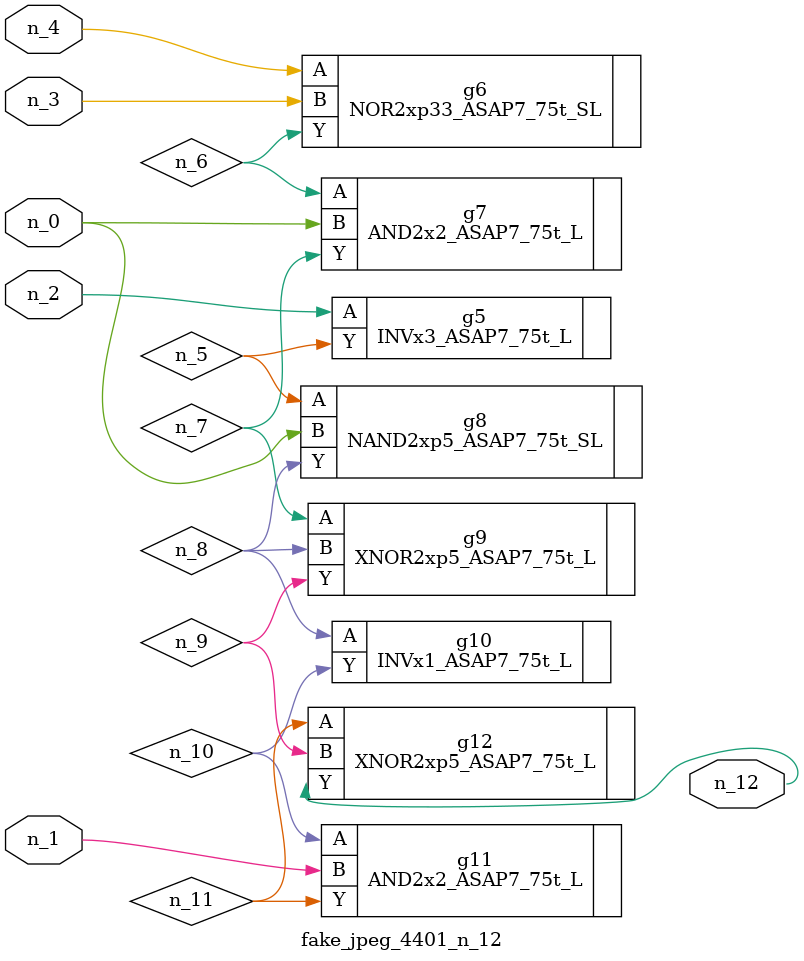
<source format=v>
module fake_jpeg_4401_n_12 (n_3, n_2, n_1, n_0, n_4, n_12);

input n_3;
input n_2;
input n_1;
input n_0;
input n_4;

output n_12;

wire n_11;
wire n_10;
wire n_8;
wire n_9;
wire n_6;
wire n_5;
wire n_7;

INVx3_ASAP7_75t_L g5 ( 
.A(n_2),
.Y(n_5)
);

NOR2xp33_ASAP7_75t_SL g6 ( 
.A(n_4),
.B(n_3),
.Y(n_6)
);

AND2x2_ASAP7_75t_L g7 ( 
.A(n_6),
.B(n_0),
.Y(n_7)
);

XNOR2xp5_ASAP7_75t_L g9 ( 
.A(n_7),
.B(n_8),
.Y(n_9)
);

NAND2xp5_ASAP7_75t_SL g8 ( 
.A(n_5),
.B(n_0),
.Y(n_8)
);

INVx1_ASAP7_75t_L g10 ( 
.A(n_8),
.Y(n_10)
);

AND2x2_ASAP7_75t_L g11 ( 
.A(n_10),
.B(n_1),
.Y(n_11)
);

XNOR2xp5_ASAP7_75t_L g12 ( 
.A(n_11),
.B(n_9),
.Y(n_12)
);


endmodule
</source>
